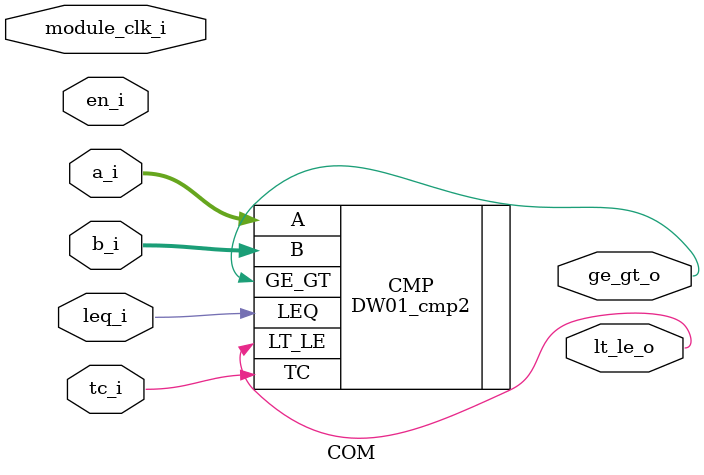
<source format=sv>
/*
###########################################
# Title:  CMP.sv
# Author: Michal Gorywoda
# Date:   29.02.2024
###########################################
*/
module COM #(
    parameter DATA_WIDTH = 32
)(
    input                       module_clk_i,
    input                       en_i,
    input [DATA_WIDTH-1:0]      a_i,
    input [DATA_WIDTH-1:0]      b_i,
    input                       leq_i,
    input                       tc_i,
    output                      lt_le_o,
    output                      ge_gt_o

);

logic clk_gated;

CKLNQD12 CMP_GATE(
    .TE(en_i),
    .E(en_i),
    .CP(module_clk_i),
    .Q(clk_gated)
);

DW01_cmp2 #(
    .width(DATA_WIDTH)
    ) CMP (
        .A(a_i), 
        .B(b_i), 
        .LEQ(leq_i),
        .TC(tc_i), 
        .LT_LE(lt_le_o), 
        .GE_GT(ge_gt_o)
);

endmodule
</source>
